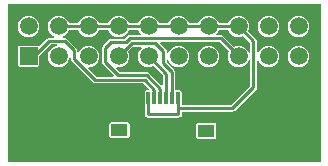
<source format=gtl>
G04*
G04 #@! TF.GenerationSoftware,Altium Limited,Altium Designer,23.3.1 (30)*
G04*
G04 Layer_Physical_Order=1*
G04 Layer_Color=255*
%FSLAX43Y43*%
%MOMM*%
G71*
G04*
G04 #@! TF.SameCoordinates,EF6148DA-A470-40B2-B036-D2E06F8B8601*
G04*
G04*
G04 #@! TF.FilePolarity,Positive*
G04*
G01*
G75*
%ADD10C,0.254*%
%ADD13R,1.400X1.000*%
%ADD14R,0.300X1.000*%
%ADD19R,1.500X1.500*%
%ADD20C,1.500*%
G36*
X26769Y282D02*
X282D01*
Y13688D01*
X26769D01*
Y282D01*
D02*
G37*
%LPC*%
G36*
X19817Y12684D02*
X19582Y12653D01*
X19363Y12562D01*
X19175Y12418D01*
X19031Y12230D01*
X18960Y12058D01*
X18134D01*
X18063Y12230D01*
X17919Y12418D01*
X17731Y12562D01*
X17512Y12653D01*
X17277Y12684D01*
X17042Y12653D01*
X16823Y12562D01*
X16635Y12418D01*
X16491Y12230D01*
X16420Y12058D01*
X15594D01*
X15523Y12230D01*
X15379Y12418D01*
X15191Y12562D01*
X14972Y12653D01*
X14737Y12684D01*
X14502Y12653D01*
X14283Y12562D01*
X14095Y12418D01*
X13951Y12230D01*
X13880Y12058D01*
X13054D01*
X12983Y12230D01*
X12839Y12418D01*
X12651Y12562D01*
X12432Y12653D01*
X12197Y12684D01*
X11962Y12653D01*
X11743Y12562D01*
X11555Y12418D01*
X11411Y12230D01*
X11340Y12058D01*
X10514D01*
X10443Y12230D01*
X10299Y12418D01*
X10111Y12562D01*
X9892Y12653D01*
X9657Y12684D01*
X9422Y12653D01*
X9203Y12562D01*
X9015Y12418D01*
X8871Y12230D01*
X8800Y12058D01*
X7974D01*
X7903Y12230D01*
X7759Y12418D01*
X7571Y12562D01*
X7352Y12653D01*
X7117Y12684D01*
X6882Y12653D01*
X6663Y12562D01*
X6475Y12418D01*
X6331Y12230D01*
X6260Y12058D01*
X5434D01*
X5363Y12230D01*
X5219Y12418D01*
X5031Y12562D01*
X4812Y12653D01*
X4577Y12684D01*
X4342Y12653D01*
X4123Y12562D01*
X3935Y12418D01*
X3791Y12230D01*
X3700Y12011D01*
X3669Y11776D01*
X3700Y11541D01*
X3791Y11322D01*
X3935Y11134D01*
X4123Y10990D01*
X4218Y10950D01*
X4193Y10823D01*
X3810D01*
X3810Y10823D01*
X3702Y10802D01*
X3610Y10741D01*
X3610Y10741D01*
X2959Y10089D01*
X2902Y10101D01*
X2787Y10148D01*
X1287D01*
X1172Y10101D01*
X1125Y9986D01*
Y8486D01*
X1172Y8371D01*
X1287Y8324D01*
X2787D01*
X2902Y8371D01*
X2949Y8486D01*
Y9281D01*
X3927Y10259D01*
X4476D01*
X4484Y10132D01*
X4342Y10113D01*
X4123Y10022D01*
X3935Y9878D01*
X3791Y9690D01*
X3700Y9471D01*
X3669Y9236D01*
X3700Y9001D01*
X3791Y8782D01*
X3935Y8594D01*
X4123Y8450D01*
X4342Y8359D01*
X4577Y8328D01*
X4812Y8359D01*
X5031Y8450D01*
X5219Y8594D01*
X5363Y8782D01*
X5454Y9001D01*
X5476Y9171D01*
X5477Y9177D01*
X5548Y9172D01*
X5604Y9068D01*
Y9014D01*
X5604Y9014D01*
X5626Y8906D01*
X5687Y8814D01*
X7485Y7016D01*
X7485Y7016D01*
X7577Y6955D01*
X7685Y6934D01*
X11744D01*
X12212Y6466D01*
X12163Y6348D01*
X12035D01*
X11920Y6301D01*
X11873Y6186D01*
Y5186D01*
X11903Y5114D01*
Y4325D01*
X11903Y4325D01*
X11924Y4217D01*
X11985Y4125D01*
X11992Y4118D01*
X11992Y4118D01*
X12084Y4057D01*
X12192Y4036D01*
X12192Y4036D01*
X14732D01*
X14840Y4057D01*
X14932Y4118D01*
X14993Y4210D01*
X15014Y4318D01*
Y4544D01*
X19304D01*
X19304Y4544D01*
X19412Y4565D01*
X19504Y4626D01*
X21282Y6404D01*
X21282Y6404D01*
X21343Y6496D01*
X21364Y6604D01*
Y8949D01*
X21491Y8974D01*
X21571Y8782D01*
X21715Y8594D01*
X21903Y8450D01*
X22122Y8359D01*
X22357Y8328D01*
X22592Y8359D01*
X22811Y8450D01*
X22999Y8594D01*
X23143Y8782D01*
X23234Y9001D01*
X23265Y9236D01*
X23234Y9471D01*
X23143Y9690D01*
X22999Y9878D01*
X22811Y10022D01*
X22592Y10113D01*
X22357Y10144D01*
X22122Y10113D01*
X21903Y10022D01*
X21715Y9878D01*
X21571Y9690D01*
X21491Y9498D01*
X21364Y9523D01*
Y10511D01*
X21364Y10511D01*
X21343Y10619D01*
X21282Y10711D01*
X21282Y10711D01*
X20623Y11370D01*
X20694Y11541D01*
X20725Y11776D01*
X20694Y12011D01*
X20603Y12230D01*
X20459Y12418D01*
X20271Y12562D01*
X20052Y12653D01*
X19817Y12684D01*
D02*
G37*
G36*
X24897D02*
X24662Y12653D01*
X24443Y12562D01*
X24255Y12418D01*
X24111Y12230D01*
X24020Y12011D01*
X23989Y11776D01*
X24020Y11541D01*
X24111Y11322D01*
X24255Y11134D01*
X24443Y10990D01*
X24662Y10899D01*
X24897Y10868D01*
X25132Y10899D01*
X25351Y10990D01*
X25539Y11134D01*
X25683Y11322D01*
X25774Y11541D01*
X25805Y11776D01*
X25774Y12011D01*
X25683Y12230D01*
X25539Y12418D01*
X25351Y12562D01*
X25132Y12653D01*
X24897Y12684D01*
D02*
G37*
G36*
X22357D02*
X22122Y12653D01*
X21903Y12562D01*
X21715Y12418D01*
X21571Y12230D01*
X21480Y12011D01*
X21449Y11776D01*
X21480Y11541D01*
X21571Y11322D01*
X21715Y11134D01*
X21903Y10990D01*
X22122Y10899D01*
X22357Y10868D01*
X22592Y10899D01*
X22811Y10990D01*
X22999Y11134D01*
X23143Y11322D01*
X23234Y11541D01*
X23265Y11776D01*
X23234Y12011D01*
X23143Y12230D01*
X22999Y12418D01*
X22811Y12562D01*
X22592Y12653D01*
X22357Y12684D01*
D02*
G37*
G36*
X2037D02*
X1802Y12653D01*
X1583Y12562D01*
X1395Y12418D01*
X1251Y12230D01*
X1160Y12011D01*
X1129Y11776D01*
X1160Y11541D01*
X1251Y11322D01*
X1395Y11134D01*
X1583Y10990D01*
X1802Y10899D01*
X2037Y10868D01*
X2272Y10899D01*
X2491Y10990D01*
X2679Y11134D01*
X2823Y11322D01*
X2914Y11541D01*
X2945Y11776D01*
X2914Y12011D01*
X2823Y12230D01*
X2679Y12418D01*
X2491Y12562D01*
X2272Y12653D01*
X2037Y12684D01*
D02*
G37*
G36*
X24897Y10144D02*
X24662Y10113D01*
X24443Y10022D01*
X24255Y9878D01*
X24111Y9690D01*
X24020Y9471D01*
X23989Y9236D01*
X24020Y9001D01*
X24111Y8782D01*
X24255Y8594D01*
X24443Y8450D01*
X24662Y8359D01*
X24897Y8328D01*
X25132Y8359D01*
X25351Y8450D01*
X25539Y8594D01*
X25683Y8782D01*
X25774Y9001D01*
X25805Y9236D01*
X25774Y9471D01*
X25683Y9690D01*
X25539Y9878D01*
X25351Y10022D01*
X25132Y10113D01*
X24897Y10144D01*
D02*
G37*
G36*
X10435Y3648D02*
X9035D01*
X8920Y3601D01*
X8873Y3486D01*
Y2486D01*
X8920Y2371D01*
X9035Y2324D01*
X10435D01*
X10550Y2371D01*
X10597Y2486D01*
Y3486D01*
X10550Y3601D01*
X10435Y3648D01*
D02*
G37*
G36*
X17785Y3598D02*
X16385D01*
X16270Y3551D01*
X16223Y3436D01*
Y2436D01*
X16270Y2321D01*
X16385Y2274D01*
X17785D01*
X17900Y2321D01*
X17947Y2436D01*
Y3436D01*
X17900Y3551D01*
X17785Y3598D01*
D02*
G37*
%LPD*%
G36*
X11411Y11322D02*
X11536Y11158D01*
X11498Y11031D01*
X10599D01*
X10491Y11010D01*
X10399Y10949D01*
X10399Y10949D01*
X10147Y10696D01*
X8983D01*
X8983Y10696D01*
X8875Y10675D01*
X8783Y10614D01*
X8783Y10614D01*
X8309Y10140D01*
X8248Y10048D01*
X8227Y9940D01*
X8227Y9940D01*
Y8763D01*
X8227Y8763D01*
X8248Y8655D01*
X8309Y8563D01*
X9257Y7616D01*
X9208Y7498D01*
X7802D01*
X7085Y8215D01*
X7147Y8332D01*
X7352Y8359D01*
X7571Y8450D01*
X7759Y8594D01*
X7903Y8782D01*
X7994Y9001D01*
X8025Y9236D01*
X7994Y9471D01*
X7903Y9690D01*
X7759Y9878D01*
X7571Y10022D01*
X7352Y10113D01*
X7117Y10144D01*
X6882Y10113D01*
X6663Y10022D01*
X6475Y9878D01*
X6331Y9690D01*
X6296Y9605D01*
X6169Y9631D01*
Y9778D01*
X6147Y9886D01*
X6086Y9978D01*
X5324Y10741D01*
X5232Y10802D01*
X5124Y10823D01*
X5124Y10823D01*
X4961D01*
X4936Y10950D01*
X5031Y10990D01*
X5219Y11134D01*
X5363Y11322D01*
X5434Y11494D01*
X6260D01*
X6331Y11322D01*
X6475Y11134D01*
X6663Y10990D01*
X6882Y10899D01*
X7117Y10868D01*
X7352Y10899D01*
X7571Y10990D01*
X7759Y11134D01*
X7903Y11322D01*
X7974Y11494D01*
X8800D01*
X8871Y11322D01*
X9015Y11134D01*
X9203Y10990D01*
X9422Y10899D01*
X9657Y10868D01*
X9892Y10899D01*
X10111Y10990D01*
X10299Y11134D01*
X10443Y11322D01*
X10514Y11494D01*
X11340D01*
X11411Y11322D01*
D02*
G37*
G36*
X19031D02*
X19175Y11134D01*
X19363Y10990D01*
X19582Y10899D01*
X19817Y10868D01*
X20052Y10899D01*
X20223Y10970D01*
X20800Y10394D01*
Y9548D01*
X20673Y9522D01*
X20603Y9690D01*
X20459Y9878D01*
X20271Y10022D01*
X20052Y10113D01*
X19817Y10144D01*
X19582Y10113D01*
X19411Y10042D01*
X18504Y10949D01*
X18412Y11010D01*
X18304Y11031D01*
X18304Y11031D01*
X17976D01*
X17938Y11158D01*
X18063Y11322D01*
X18134Y11494D01*
X18960D01*
X19031Y11322D01*
D02*
G37*
G36*
X19011Y9642D02*
X18940Y9471D01*
X18909Y9236D01*
X18940Y9001D01*
X19031Y8782D01*
X19175Y8594D01*
X19363Y8450D01*
X19582Y8359D01*
X19817Y8328D01*
X20052Y8359D01*
X20271Y8450D01*
X20459Y8594D01*
X20603Y8782D01*
X20673Y8950D01*
X20800Y8924D01*
Y6721D01*
X19187Y5108D01*
X15014D01*
Y5639D01*
X15014Y5639D01*
X14997Y5725D01*
Y6186D01*
X14950Y6301D01*
X14835Y6348D01*
X14535D01*
X14467Y6394D01*
Y7913D01*
X14467Y7913D01*
X14446Y8021D01*
X14385Y8113D01*
X14385Y8113D01*
X13744Y8753D01*
Y8949D01*
X13871Y8974D01*
X13951Y8782D01*
X14095Y8594D01*
X14283Y8450D01*
X14502Y8359D01*
X14737Y8328D01*
X14972Y8359D01*
X15191Y8450D01*
X15379Y8594D01*
X15523Y8782D01*
X15614Y9001D01*
X15645Y9236D01*
X15614Y9471D01*
X15523Y9690D01*
X15379Y9878D01*
X15191Y10022D01*
X14972Y10113D01*
X14737Y10144D01*
X14502Y10113D01*
X14283Y10022D01*
X14095Y9878D01*
X13951Y9690D01*
X13871Y9498D01*
X13744Y9523D01*
Y9652D01*
X13744Y9652D01*
X13723Y9760D01*
X13662Y9852D01*
X13662Y9852D01*
X13164Y10349D01*
X13213Y10467D01*
X18187D01*
X19011Y9642D01*
D02*
G37*
G36*
X11630Y9936D02*
X11555Y9878D01*
X11411Y9690D01*
X11320Y9471D01*
X11289Y9236D01*
X11320Y9001D01*
X11411Y8782D01*
X11555Y8594D01*
X11743Y8450D01*
X11962Y8359D01*
X12197Y8328D01*
X12432Y8359D01*
X12603Y8430D01*
X13403Y7631D01*
Y6824D01*
X13276Y6772D01*
X12228Y7820D01*
X12136Y7881D01*
X12028Y7902D01*
X12028Y7902D01*
X9769D01*
X9443Y8228D01*
X9502Y8349D01*
X9657Y8328D01*
X9892Y8359D01*
X10111Y8450D01*
X10299Y8594D01*
X10443Y8782D01*
X10534Y9001D01*
X10565Y9236D01*
X10534Y9471D01*
X10463Y9642D01*
X10883Y10063D01*
X11587D01*
X11630Y9936D01*
D02*
G37*
%LPC*%
G36*
X17277Y10144D02*
X17042Y10113D01*
X16823Y10022D01*
X16635Y9878D01*
X16491Y9690D01*
X16400Y9471D01*
X16369Y9236D01*
X16400Y9001D01*
X16491Y8782D01*
X16635Y8594D01*
X16823Y8450D01*
X17042Y8359D01*
X17277Y8328D01*
X17512Y8359D01*
X17731Y8450D01*
X17919Y8594D01*
X18063Y8782D01*
X18154Y9001D01*
X18185Y9236D01*
X18154Y9471D01*
X18063Y9690D01*
X17919Y9878D01*
X17731Y10022D01*
X17512Y10113D01*
X17277Y10144D01*
D02*
G37*
%LPD*%
D10*
Y11776D02*
X19817D01*
X14737D02*
X17277D01*
X12197D02*
X14737D01*
X9657D02*
X12197D01*
X7117D02*
X9657D01*
X4577D02*
X7117D01*
X14732Y4826D02*
Y5639D01*
Y4318D02*
Y4826D01*
X19817Y11776D02*
X21082Y10511D01*
Y6604D02*
Y10511D01*
X19304Y4826D02*
X21082Y6604D01*
X14732Y4826D02*
X19304D01*
X14685Y5686D02*
X14732Y5639D01*
X12192Y4318D02*
X14732D01*
X12185Y4325D02*
X12192Y4318D01*
X12185Y4325D02*
Y5686D01*
X5124Y10541D02*
X5886Y9778D01*
Y9014D02*
Y9778D01*
Y9014D02*
X7685Y7216D01*
X3810Y10541D02*
X5124D01*
X2505Y9236D02*
X3810Y10541D01*
X2037Y9236D02*
X2505D01*
X7685Y7216D02*
X11861D01*
X12685Y6392D01*
Y5686D02*
Y6392D01*
X8983Y10414D02*
X10264D01*
X8509Y9940D02*
X8983Y10414D01*
X8509Y8763D02*
Y9940D01*
X10264Y10414D02*
X10599Y10749D01*
X12028Y7620D02*
X13185Y6463D01*
X9652Y7620D02*
X12028D01*
X8509Y8763D02*
X9652Y7620D01*
X13185Y5686D02*
Y6463D01*
X9657Y9236D02*
X10766Y10345D01*
X18304Y10749D02*
X19817Y9236D01*
X10599Y10749D02*
X18304D01*
X12769Y10345D02*
X13462Y9652D01*
X10766Y10345D02*
X12769D01*
X14185Y5686D02*
Y7913D01*
X13462Y8636D02*
X14185Y7913D01*
X13462Y8636D02*
Y9652D01*
X13685Y5686D02*
Y7748D01*
X12197Y9236D02*
X13685Y7748D01*
D13*
X9735Y2986D02*
D03*
X17085Y2936D02*
D03*
D14*
X13685Y5686D02*
D03*
X13185D02*
D03*
X14185D02*
D03*
X12685D02*
D03*
X12185D02*
D03*
X14685D02*
D03*
D19*
X2037Y9236D02*
D03*
D20*
Y11776D02*
D03*
X4577Y9236D02*
D03*
Y11776D02*
D03*
X7117Y9236D02*
D03*
Y11776D02*
D03*
X9657Y9236D02*
D03*
Y11776D02*
D03*
X12197Y9236D02*
D03*
Y11776D02*
D03*
X14737Y9236D02*
D03*
Y11776D02*
D03*
X17277Y9236D02*
D03*
Y11776D02*
D03*
X19817Y9236D02*
D03*
Y11776D02*
D03*
X22357Y9236D02*
D03*
Y11776D02*
D03*
X24897Y9236D02*
D03*
Y11776D02*
D03*
M02*

</source>
